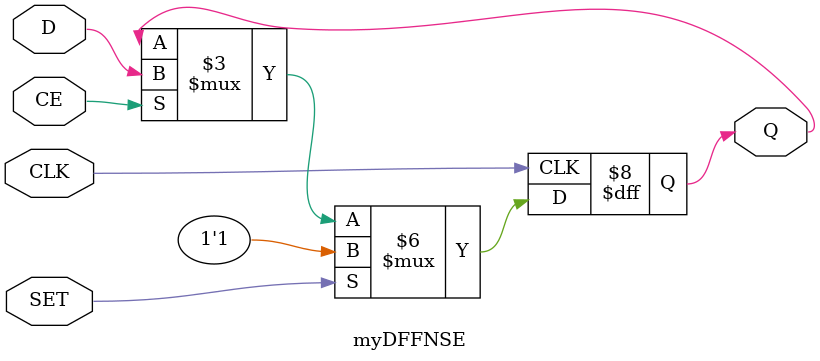
<source format=v>
module myDFFNSE (output reg Q, input D, CLK, CE, SET);
	parameter [0:0] INIT = 1'b1;
	initial Q = INIT;
	always @(negedge CLK) begin
		if (SET)
			Q <= 1'b1;
		else if (CE)
			Q <= D;
end
endmodule
</source>
